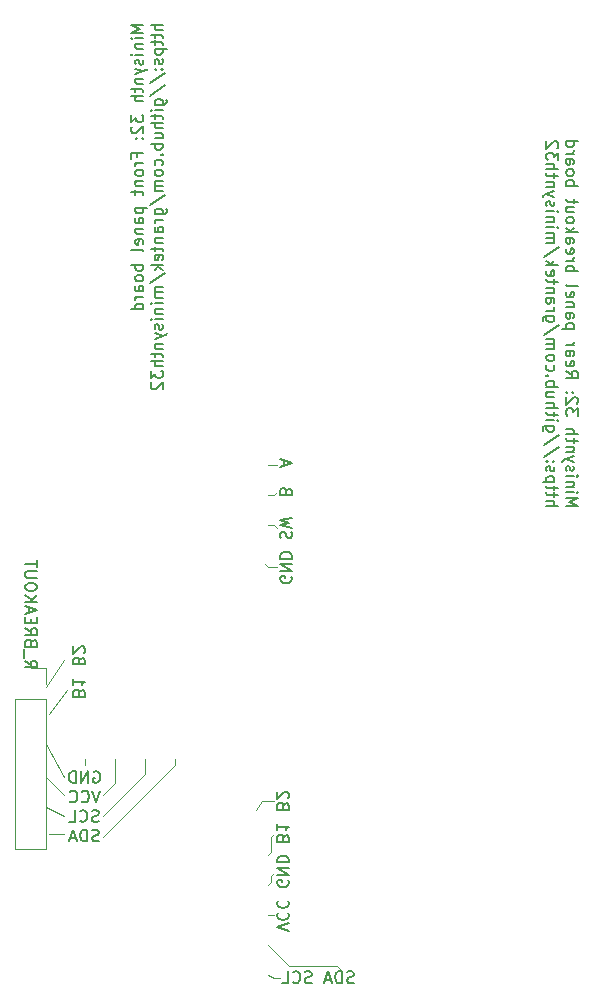
<source format=gbo>
%TF.GenerationSoftware,KiCad,Pcbnew,5.99.0+really5.1.9+dfsg1-1*%
%TF.CreationDate,2021-05-08T23:27:45+10:00*%
%TF.ProjectId,minisynth32,6d696e69-7379-46e7-9468-33322e6b6963,1.0*%
%TF.SameCoordinates,Original*%
%TF.FileFunction,Legend,Bot*%
%TF.FilePolarity,Positive*%
%FSLAX46Y46*%
G04 Gerber Fmt 4.6, Leading zero omitted, Abs format (unit mm)*
G04 Created by KiCad (PCBNEW 5.99.0+really5.1.9+dfsg1-1) date 2021-05-08 23:27:45*
%MOMM*%
%LPD*%
G01*
G04 APERTURE LIST*
%ADD10C,0.150000*%
%ADD11C,0.120000*%
G04 APERTURE END LIST*
D10*
X158614619Y-99486404D02*
X159614619Y-99486404D01*
X158900333Y-99153071D01*
X159614619Y-98819738D01*
X158614619Y-98819738D01*
X158614619Y-98343547D02*
X159281285Y-98343547D01*
X159614619Y-98343547D02*
X159567000Y-98391166D01*
X159519380Y-98343547D01*
X159567000Y-98295928D01*
X159614619Y-98343547D01*
X159519380Y-98343547D01*
X159281285Y-97867357D02*
X158614619Y-97867357D01*
X159186047Y-97867357D02*
X159233666Y-97819738D01*
X159281285Y-97724500D01*
X159281285Y-97581642D01*
X159233666Y-97486404D01*
X159138428Y-97438785D01*
X158614619Y-97438785D01*
X158614619Y-96962595D02*
X159281285Y-96962595D01*
X159614619Y-96962595D02*
X159567000Y-97010214D01*
X159519380Y-96962595D01*
X159567000Y-96914976D01*
X159614619Y-96962595D01*
X159519380Y-96962595D01*
X158662238Y-96534023D02*
X158614619Y-96438785D01*
X158614619Y-96248309D01*
X158662238Y-96153071D01*
X158757476Y-96105452D01*
X158805095Y-96105452D01*
X158900333Y-96153071D01*
X158947952Y-96248309D01*
X158947952Y-96391166D01*
X158995571Y-96486404D01*
X159090809Y-96534023D01*
X159138428Y-96534023D01*
X159233666Y-96486404D01*
X159281285Y-96391166D01*
X159281285Y-96248309D01*
X159233666Y-96153071D01*
X159281285Y-95772119D02*
X158614619Y-95534023D01*
X159281285Y-95295928D02*
X158614619Y-95534023D01*
X158376523Y-95629261D01*
X158328904Y-95676880D01*
X158281285Y-95772119D01*
X159281285Y-94914976D02*
X158614619Y-94914976D01*
X159186047Y-94914976D02*
X159233666Y-94867357D01*
X159281285Y-94772119D01*
X159281285Y-94629261D01*
X159233666Y-94534023D01*
X159138428Y-94486404D01*
X158614619Y-94486404D01*
X159281285Y-94153071D02*
X159281285Y-93772119D01*
X159614619Y-94010214D02*
X158757476Y-94010214D01*
X158662238Y-93962595D01*
X158614619Y-93867357D01*
X158614619Y-93772119D01*
X158614619Y-93438785D02*
X159614619Y-93438785D01*
X158614619Y-93010214D02*
X159138428Y-93010214D01*
X159233666Y-93057833D01*
X159281285Y-93153071D01*
X159281285Y-93295928D01*
X159233666Y-93391166D01*
X159186047Y-93438785D01*
X159614619Y-91867357D02*
X159614619Y-91248309D01*
X159233666Y-91581642D01*
X159233666Y-91438785D01*
X159186047Y-91343547D01*
X159138428Y-91295928D01*
X159043190Y-91248309D01*
X158805095Y-91248309D01*
X158709857Y-91295928D01*
X158662238Y-91343547D01*
X158614619Y-91438785D01*
X158614619Y-91724500D01*
X158662238Y-91819738D01*
X158709857Y-91867357D01*
X159519380Y-90867357D02*
X159567000Y-90819738D01*
X159614619Y-90724500D01*
X159614619Y-90486404D01*
X159567000Y-90391166D01*
X159519380Y-90343547D01*
X159424142Y-90295928D01*
X159328904Y-90295928D01*
X159186047Y-90343547D01*
X158614619Y-90914976D01*
X158614619Y-90295928D01*
X158709857Y-89867357D02*
X158662238Y-89819738D01*
X158614619Y-89867357D01*
X158662238Y-89914976D01*
X158709857Y-89867357D01*
X158614619Y-89867357D01*
X159233666Y-89867357D02*
X159186047Y-89819738D01*
X159138428Y-89867357D01*
X159186047Y-89914976D01*
X159233666Y-89867357D01*
X159138428Y-89867357D01*
X158614619Y-88057833D02*
X159090809Y-88391166D01*
X158614619Y-88629261D02*
X159614619Y-88629261D01*
X159614619Y-88248309D01*
X159567000Y-88153071D01*
X159519380Y-88105452D01*
X159424142Y-88057833D01*
X159281285Y-88057833D01*
X159186047Y-88105452D01*
X159138428Y-88153071D01*
X159090809Y-88248309D01*
X159090809Y-88629261D01*
X158662238Y-87248309D02*
X158614619Y-87343547D01*
X158614619Y-87534023D01*
X158662238Y-87629261D01*
X158757476Y-87676880D01*
X159138428Y-87676880D01*
X159233666Y-87629261D01*
X159281285Y-87534023D01*
X159281285Y-87343547D01*
X159233666Y-87248309D01*
X159138428Y-87200690D01*
X159043190Y-87200690D01*
X158947952Y-87676880D01*
X158614619Y-86343547D02*
X159138428Y-86343547D01*
X159233666Y-86391166D01*
X159281285Y-86486404D01*
X159281285Y-86676880D01*
X159233666Y-86772119D01*
X158662238Y-86343547D02*
X158614619Y-86438785D01*
X158614619Y-86676880D01*
X158662238Y-86772119D01*
X158757476Y-86819738D01*
X158852714Y-86819738D01*
X158947952Y-86772119D01*
X158995571Y-86676880D01*
X158995571Y-86438785D01*
X159043190Y-86343547D01*
X158614619Y-85867357D02*
X159281285Y-85867357D01*
X159090809Y-85867357D02*
X159186047Y-85819738D01*
X159233666Y-85772119D01*
X159281285Y-85676880D01*
X159281285Y-85581642D01*
X159281285Y-84486404D02*
X158281285Y-84486404D01*
X159233666Y-84486404D02*
X159281285Y-84391166D01*
X159281285Y-84200690D01*
X159233666Y-84105452D01*
X159186047Y-84057833D01*
X159090809Y-84010214D01*
X158805095Y-84010214D01*
X158709857Y-84057833D01*
X158662238Y-84105452D01*
X158614619Y-84200690D01*
X158614619Y-84391166D01*
X158662238Y-84486404D01*
X158614619Y-83153071D02*
X159138428Y-83153071D01*
X159233666Y-83200690D01*
X159281285Y-83295928D01*
X159281285Y-83486404D01*
X159233666Y-83581642D01*
X158662238Y-83153071D02*
X158614619Y-83248309D01*
X158614619Y-83486404D01*
X158662238Y-83581642D01*
X158757476Y-83629261D01*
X158852714Y-83629261D01*
X158947952Y-83581642D01*
X158995571Y-83486404D01*
X158995571Y-83248309D01*
X159043190Y-83153071D01*
X159281285Y-82676880D02*
X158614619Y-82676880D01*
X159186047Y-82676880D02*
X159233666Y-82629261D01*
X159281285Y-82534023D01*
X159281285Y-82391166D01*
X159233666Y-82295928D01*
X159138428Y-82248309D01*
X158614619Y-82248309D01*
X158662238Y-81391166D02*
X158614619Y-81486404D01*
X158614619Y-81676880D01*
X158662238Y-81772119D01*
X158757476Y-81819738D01*
X159138428Y-81819738D01*
X159233666Y-81772119D01*
X159281285Y-81676880D01*
X159281285Y-81486404D01*
X159233666Y-81391166D01*
X159138428Y-81343547D01*
X159043190Y-81343547D01*
X158947952Y-81819738D01*
X158614619Y-80772119D02*
X158662238Y-80867357D01*
X158757476Y-80914976D01*
X159614619Y-80914976D01*
X158614619Y-79629261D02*
X159614619Y-79629261D01*
X159233666Y-79629261D02*
X159281285Y-79534023D01*
X159281285Y-79343547D01*
X159233666Y-79248309D01*
X159186047Y-79200690D01*
X159090809Y-79153071D01*
X158805095Y-79153071D01*
X158709857Y-79200690D01*
X158662238Y-79248309D01*
X158614619Y-79343547D01*
X158614619Y-79534023D01*
X158662238Y-79629261D01*
X158614619Y-78724500D02*
X159281285Y-78724500D01*
X159090809Y-78724500D02*
X159186047Y-78676880D01*
X159233666Y-78629261D01*
X159281285Y-78534023D01*
X159281285Y-78438785D01*
X158662238Y-77724500D02*
X158614619Y-77819738D01*
X158614619Y-78010214D01*
X158662238Y-78105452D01*
X158757476Y-78153071D01*
X159138428Y-78153071D01*
X159233666Y-78105452D01*
X159281285Y-78010214D01*
X159281285Y-77819738D01*
X159233666Y-77724500D01*
X159138428Y-77676880D01*
X159043190Y-77676880D01*
X158947952Y-78153071D01*
X158614619Y-76819738D02*
X159138428Y-76819738D01*
X159233666Y-76867357D01*
X159281285Y-76962595D01*
X159281285Y-77153071D01*
X159233666Y-77248309D01*
X158662238Y-76819738D02*
X158614619Y-76914976D01*
X158614619Y-77153071D01*
X158662238Y-77248309D01*
X158757476Y-77295928D01*
X158852714Y-77295928D01*
X158947952Y-77248309D01*
X158995571Y-77153071D01*
X158995571Y-76914976D01*
X159043190Y-76819738D01*
X158614619Y-76343547D02*
X159614619Y-76343547D01*
X158995571Y-76248309D02*
X158614619Y-75962595D01*
X159281285Y-75962595D02*
X158900333Y-76343547D01*
X158614619Y-75391166D02*
X158662238Y-75486404D01*
X158709857Y-75534023D01*
X158805095Y-75581642D01*
X159090809Y-75581642D01*
X159186047Y-75534023D01*
X159233666Y-75486404D01*
X159281285Y-75391166D01*
X159281285Y-75248309D01*
X159233666Y-75153071D01*
X159186047Y-75105452D01*
X159090809Y-75057833D01*
X158805095Y-75057833D01*
X158709857Y-75105452D01*
X158662238Y-75153071D01*
X158614619Y-75248309D01*
X158614619Y-75391166D01*
X159281285Y-74200690D02*
X158614619Y-74200690D01*
X159281285Y-74629261D02*
X158757476Y-74629261D01*
X158662238Y-74581642D01*
X158614619Y-74486404D01*
X158614619Y-74343547D01*
X158662238Y-74248309D01*
X158709857Y-74200690D01*
X159281285Y-73867357D02*
X159281285Y-73486404D01*
X159614619Y-73724500D02*
X158757476Y-73724500D01*
X158662238Y-73676880D01*
X158614619Y-73581642D01*
X158614619Y-73486404D01*
X158614619Y-72391166D02*
X159614619Y-72391166D01*
X159233666Y-72391166D02*
X159281285Y-72295928D01*
X159281285Y-72105452D01*
X159233666Y-72010214D01*
X159186047Y-71962595D01*
X159090809Y-71914976D01*
X158805095Y-71914976D01*
X158709857Y-71962595D01*
X158662238Y-72010214D01*
X158614619Y-72105452D01*
X158614619Y-72295928D01*
X158662238Y-72391166D01*
X158614619Y-71343547D02*
X158662238Y-71438785D01*
X158709857Y-71486404D01*
X158805095Y-71534023D01*
X159090809Y-71534023D01*
X159186047Y-71486404D01*
X159233666Y-71438785D01*
X159281285Y-71343547D01*
X159281285Y-71200690D01*
X159233666Y-71105452D01*
X159186047Y-71057833D01*
X159090809Y-71010214D01*
X158805095Y-71010214D01*
X158709857Y-71057833D01*
X158662238Y-71105452D01*
X158614619Y-71200690D01*
X158614619Y-71343547D01*
X158614619Y-70153071D02*
X159138428Y-70153071D01*
X159233666Y-70200690D01*
X159281285Y-70295928D01*
X159281285Y-70486404D01*
X159233666Y-70581642D01*
X158662238Y-70153071D02*
X158614619Y-70248309D01*
X158614619Y-70486404D01*
X158662238Y-70581642D01*
X158757476Y-70629261D01*
X158852714Y-70629261D01*
X158947952Y-70581642D01*
X158995571Y-70486404D01*
X158995571Y-70248309D01*
X159043190Y-70153071D01*
X158614619Y-69676880D02*
X159281285Y-69676880D01*
X159090809Y-69676880D02*
X159186047Y-69629261D01*
X159233666Y-69581642D01*
X159281285Y-69486404D01*
X159281285Y-69391166D01*
X158614619Y-68629261D02*
X159614619Y-68629261D01*
X158662238Y-68629261D02*
X158614619Y-68724500D01*
X158614619Y-68914976D01*
X158662238Y-69010214D01*
X158709857Y-69057833D01*
X158805095Y-69105452D01*
X159090809Y-69105452D01*
X159186047Y-69057833D01*
X159233666Y-69010214D01*
X159281285Y-68914976D01*
X159281285Y-68724500D01*
X159233666Y-68629261D01*
X156964619Y-99486404D02*
X157964619Y-99486404D01*
X156964619Y-99057833D02*
X157488428Y-99057833D01*
X157583666Y-99105452D01*
X157631285Y-99200690D01*
X157631285Y-99343547D01*
X157583666Y-99438785D01*
X157536047Y-99486404D01*
X157631285Y-98724500D02*
X157631285Y-98343547D01*
X157964619Y-98581642D02*
X157107476Y-98581642D01*
X157012238Y-98534023D01*
X156964619Y-98438785D01*
X156964619Y-98343547D01*
X157631285Y-98153071D02*
X157631285Y-97772119D01*
X157964619Y-98010214D02*
X157107476Y-98010214D01*
X157012238Y-97962595D01*
X156964619Y-97867357D01*
X156964619Y-97772119D01*
X157631285Y-97438785D02*
X156631285Y-97438785D01*
X157583666Y-97438785D02*
X157631285Y-97343547D01*
X157631285Y-97153071D01*
X157583666Y-97057833D01*
X157536047Y-97010214D01*
X157440809Y-96962595D01*
X157155095Y-96962595D01*
X157059857Y-97010214D01*
X157012238Y-97057833D01*
X156964619Y-97153071D01*
X156964619Y-97343547D01*
X157012238Y-97438785D01*
X157012238Y-96581642D02*
X156964619Y-96486404D01*
X156964619Y-96295928D01*
X157012238Y-96200690D01*
X157107476Y-96153071D01*
X157155095Y-96153071D01*
X157250333Y-96200690D01*
X157297952Y-96295928D01*
X157297952Y-96438785D01*
X157345571Y-96534023D01*
X157440809Y-96581642D01*
X157488428Y-96581642D01*
X157583666Y-96534023D01*
X157631285Y-96438785D01*
X157631285Y-96295928D01*
X157583666Y-96200690D01*
X157059857Y-95724500D02*
X157012238Y-95676880D01*
X156964619Y-95724500D01*
X157012238Y-95772119D01*
X157059857Y-95724500D01*
X156964619Y-95724500D01*
X157583666Y-95724500D02*
X157536047Y-95676880D01*
X157488428Y-95724500D01*
X157536047Y-95772119D01*
X157583666Y-95724500D01*
X157488428Y-95724500D01*
X158012238Y-94534023D02*
X156726523Y-95391166D01*
X158012238Y-93486404D02*
X156726523Y-94343547D01*
X157631285Y-92724500D02*
X156821761Y-92724500D01*
X156726523Y-92772119D01*
X156678904Y-92819738D01*
X156631285Y-92914976D01*
X156631285Y-93057833D01*
X156678904Y-93153071D01*
X157012238Y-92724500D02*
X156964619Y-92819738D01*
X156964619Y-93010214D01*
X157012238Y-93105452D01*
X157059857Y-93153071D01*
X157155095Y-93200690D01*
X157440809Y-93200690D01*
X157536047Y-93153071D01*
X157583666Y-93105452D01*
X157631285Y-93010214D01*
X157631285Y-92819738D01*
X157583666Y-92724500D01*
X156964619Y-92248309D02*
X157631285Y-92248309D01*
X157964619Y-92248309D02*
X157917000Y-92295928D01*
X157869380Y-92248309D01*
X157917000Y-92200690D01*
X157964619Y-92248309D01*
X157869380Y-92248309D01*
X157631285Y-91914976D02*
X157631285Y-91534023D01*
X157964619Y-91772119D02*
X157107476Y-91772119D01*
X157012238Y-91724500D01*
X156964619Y-91629261D01*
X156964619Y-91534023D01*
X156964619Y-91200690D02*
X157964619Y-91200690D01*
X156964619Y-90772119D02*
X157488428Y-90772119D01*
X157583666Y-90819738D01*
X157631285Y-90914976D01*
X157631285Y-91057833D01*
X157583666Y-91153071D01*
X157536047Y-91200690D01*
X157631285Y-89867357D02*
X156964619Y-89867357D01*
X157631285Y-90295928D02*
X157107476Y-90295928D01*
X157012238Y-90248309D01*
X156964619Y-90153071D01*
X156964619Y-90010214D01*
X157012238Y-89914976D01*
X157059857Y-89867357D01*
X156964619Y-89391166D02*
X157964619Y-89391166D01*
X157583666Y-89391166D02*
X157631285Y-89295928D01*
X157631285Y-89105452D01*
X157583666Y-89010214D01*
X157536047Y-88962595D01*
X157440809Y-88914976D01*
X157155095Y-88914976D01*
X157059857Y-88962595D01*
X157012238Y-89010214D01*
X156964619Y-89105452D01*
X156964619Y-89295928D01*
X157012238Y-89391166D01*
X157059857Y-88486404D02*
X157012238Y-88438785D01*
X156964619Y-88486404D01*
X157012238Y-88534023D01*
X157059857Y-88486404D01*
X156964619Y-88486404D01*
X157012238Y-87581642D02*
X156964619Y-87676880D01*
X156964619Y-87867357D01*
X157012238Y-87962595D01*
X157059857Y-88010214D01*
X157155095Y-88057833D01*
X157440809Y-88057833D01*
X157536047Y-88010214D01*
X157583666Y-87962595D01*
X157631285Y-87867357D01*
X157631285Y-87676880D01*
X157583666Y-87581642D01*
X156964619Y-87010214D02*
X157012238Y-87105452D01*
X157059857Y-87153071D01*
X157155095Y-87200690D01*
X157440809Y-87200690D01*
X157536047Y-87153071D01*
X157583666Y-87105452D01*
X157631285Y-87010214D01*
X157631285Y-86867357D01*
X157583666Y-86772119D01*
X157536047Y-86724500D01*
X157440809Y-86676880D01*
X157155095Y-86676880D01*
X157059857Y-86724500D01*
X157012238Y-86772119D01*
X156964619Y-86867357D01*
X156964619Y-87010214D01*
X156964619Y-86248309D02*
X157631285Y-86248309D01*
X157536047Y-86248309D02*
X157583666Y-86200690D01*
X157631285Y-86105452D01*
X157631285Y-85962595D01*
X157583666Y-85867357D01*
X157488428Y-85819738D01*
X156964619Y-85819738D01*
X157488428Y-85819738D02*
X157583666Y-85772119D01*
X157631285Y-85676880D01*
X157631285Y-85534023D01*
X157583666Y-85438785D01*
X157488428Y-85391166D01*
X156964619Y-85391166D01*
X158012238Y-84200690D02*
X156726523Y-85057833D01*
X157631285Y-83438785D02*
X156821761Y-83438785D01*
X156726523Y-83486404D01*
X156678904Y-83534023D01*
X156631285Y-83629261D01*
X156631285Y-83772119D01*
X156678904Y-83867357D01*
X157012238Y-83438785D02*
X156964619Y-83534023D01*
X156964619Y-83724500D01*
X157012238Y-83819738D01*
X157059857Y-83867357D01*
X157155095Y-83914976D01*
X157440809Y-83914976D01*
X157536047Y-83867357D01*
X157583666Y-83819738D01*
X157631285Y-83724500D01*
X157631285Y-83534023D01*
X157583666Y-83438785D01*
X156964619Y-82962595D02*
X157631285Y-82962595D01*
X157440809Y-82962595D02*
X157536047Y-82914976D01*
X157583666Y-82867357D01*
X157631285Y-82772119D01*
X157631285Y-82676880D01*
X156964619Y-81914976D02*
X157488428Y-81914976D01*
X157583666Y-81962595D01*
X157631285Y-82057833D01*
X157631285Y-82248309D01*
X157583666Y-82343547D01*
X157012238Y-81914976D02*
X156964619Y-82010214D01*
X156964619Y-82248309D01*
X157012238Y-82343547D01*
X157107476Y-82391166D01*
X157202714Y-82391166D01*
X157297952Y-82343547D01*
X157345571Y-82248309D01*
X157345571Y-82010214D01*
X157393190Y-81914976D01*
X157631285Y-81438785D02*
X156964619Y-81438785D01*
X157536047Y-81438785D02*
X157583666Y-81391166D01*
X157631285Y-81295928D01*
X157631285Y-81153071D01*
X157583666Y-81057833D01*
X157488428Y-81010214D01*
X156964619Y-81010214D01*
X157631285Y-80676880D02*
X157631285Y-80295928D01*
X157964619Y-80534023D02*
X157107476Y-80534023D01*
X157012238Y-80486404D01*
X156964619Y-80391166D01*
X156964619Y-80295928D01*
X157012238Y-79581642D02*
X156964619Y-79676880D01*
X156964619Y-79867357D01*
X157012238Y-79962595D01*
X157107476Y-80010214D01*
X157488428Y-80010214D01*
X157583666Y-79962595D01*
X157631285Y-79867357D01*
X157631285Y-79676880D01*
X157583666Y-79581642D01*
X157488428Y-79534023D01*
X157393190Y-79534023D01*
X157297952Y-80010214D01*
X156964619Y-79105452D02*
X157964619Y-79105452D01*
X157345571Y-79010214D02*
X156964619Y-78724500D01*
X157631285Y-78724500D02*
X157250333Y-79105452D01*
X158012238Y-77581642D02*
X156726523Y-78438785D01*
X156964619Y-77248309D02*
X157631285Y-77248309D01*
X157536047Y-77248309D02*
X157583666Y-77200690D01*
X157631285Y-77105452D01*
X157631285Y-76962595D01*
X157583666Y-76867357D01*
X157488428Y-76819738D01*
X156964619Y-76819738D01*
X157488428Y-76819738D02*
X157583666Y-76772119D01*
X157631285Y-76676880D01*
X157631285Y-76534023D01*
X157583666Y-76438785D01*
X157488428Y-76391166D01*
X156964619Y-76391166D01*
X156964619Y-75914976D02*
X157631285Y-75914976D01*
X157964619Y-75914976D02*
X157917000Y-75962595D01*
X157869380Y-75914976D01*
X157917000Y-75867357D01*
X157964619Y-75914976D01*
X157869380Y-75914976D01*
X157631285Y-75438785D02*
X156964619Y-75438785D01*
X157536047Y-75438785D02*
X157583666Y-75391166D01*
X157631285Y-75295928D01*
X157631285Y-75153071D01*
X157583666Y-75057833D01*
X157488428Y-75010214D01*
X156964619Y-75010214D01*
X156964619Y-74534023D02*
X157631285Y-74534023D01*
X157964619Y-74534023D02*
X157917000Y-74581642D01*
X157869380Y-74534023D01*
X157917000Y-74486404D01*
X157964619Y-74534023D01*
X157869380Y-74534023D01*
X157012238Y-74105452D02*
X156964619Y-74010214D01*
X156964619Y-73819738D01*
X157012238Y-73724500D01*
X157107476Y-73676880D01*
X157155095Y-73676880D01*
X157250333Y-73724500D01*
X157297952Y-73819738D01*
X157297952Y-73962595D01*
X157345571Y-74057833D01*
X157440809Y-74105452D01*
X157488428Y-74105452D01*
X157583666Y-74057833D01*
X157631285Y-73962595D01*
X157631285Y-73819738D01*
X157583666Y-73724500D01*
X157631285Y-73343547D02*
X156964619Y-73105452D01*
X157631285Y-72867357D02*
X156964619Y-73105452D01*
X156726523Y-73200690D01*
X156678904Y-73248309D01*
X156631285Y-73343547D01*
X157631285Y-72486404D02*
X156964619Y-72486404D01*
X157536047Y-72486404D02*
X157583666Y-72438785D01*
X157631285Y-72343547D01*
X157631285Y-72200690D01*
X157583666Y-72105452D01*
X157488428Y-72057833D01*
X156964619Y-72057833D01*
X157631285Y-71724500D02*
X157631285Y-71343547D01*
X157964619Y-71581642D02*
X157107476Y-71581642D01*
X157012238Y-71534023D01*
X156964619Y-71438785D01*
X156964619Y-71343547D01*
X156964619Y-71010214D02*
X157964619Y-71010214D01*
X156964619Y-70581642D02*
X157488428Y-70581642D01*
X157583666Y-70629261D01*
X157631285Y-70724500D01*
X157631285Y-70867357D01*
X157583666Y-70962595D01*
X157536047Y-71010214D01*
X157964619Y-70200690D02*
X157964619Y-69581642D01*
X157583666Y-69914976D01*
X157583666Y-69772119D01*
X157536047Y-69676880D01*
X157488428Y-69629261D01*
X157393190Y-69581642D01*
X157155095Y-69581642D01*
X157059857Y-69629261D01*
X157012238Y-69676880D01*
X156964619Y-69772119D01*
X156964619Y-70057833D01*
X157012238Y-70153071D01*
X157059857Y-70200690D01*
X157869380Y-69200690D02*
X157917000Y-69153071D01*
X157964619Y-69057833D01*
X157964619Y-68819738D01*
X157917000Y-68724500D01*
X157869380Y-68676880D01*
X157774142Y-68629261D01*
X157678904Y-68629261D01*
X157536047Y-68676880D01*
X156964619Y-69248309D01*
X156964619Y-68629261D01*
X122817380Y-58755595D02*
X121817380Y-58755595D01*
X122531666Y-59088928D01*
X121817380Y-59422261D01*
X122817380Y-59422261D01*
X122817380Y-59898452D02*
X122150714Y-59898452D01*
X121817380Y-59898452D02*
X121865000Y-59850833D01*
X121912619Y-59898452D01*
X121865000Y-59946071D01*
X121817380Y-59898452D01*
X121912619Y-59898452D01*
X122150714Y-60374642D02*
X122817380Y-60374642D01*
X122245952Y-60374642D02*
X122198333Y-60422261D01*
X122150714Y-60517500D01*
X122150714Y-60660357D01*
X122198333Y-60755595D01*
X122293571Y-60803214D01*
X122817380Y-60803214D01*
X122817380Y-61279404D02*
X122150714Y-61279404D01*
X121817380Y-61279404D02*
X121865000Y-61231785D01*
X121912619Y-61279404D01*
X121865000Y-61327023D01*
X121817380Y-61279404D01*
X121912619Y-61279404D01*
X122769761Y-61707976D02*
X122817380Y-61803214D01*
X122817380Y-61993690D01*
X122769761Y-62088928D01*
X122674523Y-62136547D01*
X122626904Y-62136547D01*
X122531666Y-62088928D01*
X122484047Y-61993690D01*
X122484047Y-61850833D01*
X122436428Y-61755595D01*
X122341190Y-61707976D01*
X122293571Y-61707976D01*
X122198333Y-61755595D01*
X122150714Y-61850833D01*
X122150714Y-61993690D01*
X122198333Y-62088928D01*
X122150714Y-62469880D02*
X122817380Y-62707976D01*
X122150714Y-62946071D02*
X122817380Y-62707976D01*
X123055476Y-62612738D01*
X123103095Y-62565119D01*
X123150714Y-62469880D01*
X122150714Y-63327023D02*
X122817380Y-63327023D01*
X122245952Y-63327023D02*
X122198333Y-63374642D01*
X122150714Y-63469880D01*
X122150714Y-63612738D01*
X122198333Y-63707976D01*
X122293571Y-63755595D01*
X122817380Y-63755595D01*
X122150714Y-64088928D02*
X122150714Y-64469880D01*
X121817380Y-64231785D02*
X122674523Y-64231785D01*
X122769761Y-64279404D01*
X122817380Y-64374642D01*
X122817380Y-64469880D01*
X122817380Y-64803214D02*
X121817380Y-64803214D01*
X122817380Y-65231785D02*
X122293571Y-65231785D01*
X122198333Y-65184166D01*
X122150714Y-65088928D01*
X122150714Y-64946071D01*
X122198333Y-64850833D01*
X122245952Y-64803214D01*
X121817380Y-66374642D02*
X121817380Y-66993690D01*
X122198333Y-66660357D01*
X122198333Y-66803214D01*
X122245952Y-66898452D01*
X122293571Y-66946071D01*
X122388809Y-66993690D01*
X122626904Y-66993690D01*
X122722142Y-66946071D01*
X122769761Y-66898452D01*
X122817380Y-66803214D01*
X122817380Y-66517500D01*
X122769761Y-66422261D01*
X122722142Y-66374642D01*
X121912619Y-67374642D02*
X121865000Y-67422261D01*
X121817380Y-67517500D01*
X121817380Y-67755595D01*
X121865000Y-67850833D01*
X121912619Y-67898452D01*
X122007857Y-67946071D01*
X122103095Y-67946071D01*
X122245952Y-67898452D01*
X122817380Y-67327023D01*
X122817380Y-67946071D01*
X122722142Y-68374642D02*
X122769761Y-68422261D01*
X122817380Y-68374642D01*
X122769761Y-68327023D01*
X122722142Y-68374642D01*
X122817380Y-68374642D01*
X122198333Y-68374642D02*
X122245952Y-68422261D01*
X122293571Y-68374642D01*
X122245952Y-68327023D01*
X122198333Y-68374642D01*
X122293571Y-68374642D01*
X122293571Y-69946071D02*
X122293571Y-69612738D01*
X122817380Y-69612738D02*
X121817380Y-69612738D01*
X121817380Y-70088928D01*
X122817380Y-70469880D02*
X122150714Y-70469880D01*
X122341190Y-70469880D02*
X122245952Y-70517500D01*
X122198333Y-70565119D01*
X122150714Y-70660357D01*
X122150714Y-70755595D01*
X122817380Y-71231785D02*
X122769761Y-71136547D01*
X122722142Y-71088928D01*
X122626904Y-71041309D01*
X122341190Y-71041309D01*
X122245952Y-71088928D01*
X122198333Y-71136547D01*
X122150714Y-71231785D01*
X122150714Y-71374642D01*
X122198333Y-71469880D01*
X122245952Y-71517500D01*
X122341190Y-71565119D01*
X122626904Y-71565119D01*
X122722142Y-71517500D01*
X122769761Y-71469880D01*
X122817380Y-71374642D01*
X122817380Y-71231785D01*
X122150714Y-71993690D02*
X122817380Y-71993690D01*
X122245952Y-71993690D02*
X122198333Y-72041309D01*
X122150714Y-72136547D01*
X122150714Y-72279404D01*
X122198333Y-72374642D01*
X122293571Y-72422261D01*
X122817380Y-72422261D01*
X122150714Y-72755595D02*
X122150714Y-73136547D01*
X121817380Y-72898452D02*
X122674523Y-72898452D01*
X122769761Y-72946071D01*
X122817380Y-73041309D01*
X122817380Y-73136547D01*
X122150714Y-74231785D02*
X123150714Y-74231785D01*
X122198333Y-74231785D02*
X122150714Y-74327023D01*
X122150714Y-74517500D01*
X122198333Y-74612738D01*
X122245952Y-74660357D01*
X122341190Y-74707976D01*
X122626904Y-74707976D01*
X122722142Y-74660357D01*
X122769761Y-74612738D01*
X122817380Y-74517500D01*
X122817380Y-74327023D01*
X122769761Y-74231785D01*
X122817380Y-75565119D02*
X122293571Y-75565119D01*
X122198333Y-75517500D01*
X122150714Y-75422261D01*
X122150714Y-75231785D01*
X122198333Y-75136547D01*
X122769761Y-75565119D02*
X122817380Y-75469880D01*
X122817380Y-75231785D01*
X122769761Y-75136547D01*
X122674523Y-75088928D01*
X122579285Y-75088928D01*
X122484047Y-75136547D01*
X122436428Y-75231785D01*
X122436428Y-75469880D01*
X122388809Y-75565119D01*
X122150714Y-76041309D02*
X122817380Y-76041309D01*
X122245952Y-76041309D02*
X122198333Y-76088928D01*
X122150714Y-76184166D01*
X122150714Y-76327023D01*
X122198333Y-76422261D01*
X122293571Y-76469880D01*
X122817380Y-76469880D01*
X122769761Y-77327023D02*
X122817380Y-77231785D01*
X122817380Y-77041309D01*
X122769761Y-76946071D01*
X122674523Y-76898452D01*
X122293571Y-76898452D01*
X122198333Y-76946071D01*
X122150714Y-77041309D01*
X122150714Y-77231785D01*
X122198333Y-77327023D01*
X122293571Y-77374642D01*
X122388809Y-77374642D01*
X122484047Y-76898452D01*
X122817380Y-77946071D02*
X122769761Y-77850833D01*
X122674523Y-77803214D01*
X121817380Y-77803214D01*
X122817380Y-79088928D02*
X121817380Y-79088928D01*
X122198333Y-79088928D02*
X122150714Y-79184166D01*
X122150714Y-79374642D01*
X122198333Y-79469880D01*
X122245952Y-79517500D01*
X122341190Y-79565119D01*
X122626904Y-79565119D01*
X122722142Y-79517500D01*
X122769761Y-79469880D01*
X122817380Y-79374642D01*
X122817380Y-79184166D01*
X122769761Y-79088928D01*
X122817380Y-80136547D02*
X122769761Y-80041309D01*
X122722142Y-79993690D01*
X122626904Y-79946071D01*
X122341190Y-79946071D01*
X122245952Y-79993690D01*
X122198333Y-80041309D01*
X122150714Y-80136547D01*
X122150714Y-80279404D01*
X122198333Y-80374642D01*
X122245952Y-80422261D01*
X122341190Y-80469880D01*
X122626904Y-80469880D01*
X122722142Y-80422261D01*
X122769761Y-80374642D01*
X122817380Y-80279404D01*
X122817380Y-80136547D01*
X122817380Y-81327023D02*
X122293571Y-81327023D01*
X122198333Y-81279404D01*
X122150714Y-81184166D01*
X122150714Y-80993690D01*
X122198333Y-80898452D01*
X122769761Y-81327023D02*
X122817380Y-81231785D01*
X122817380Y-80993690D01*
X122769761Y-80898452D01*
X122674523Y-80850833D01*
X122579285Y-80850833D01*
X122484047Y-80898452D01*
X122436428Y-80993690D01*
X122436428Y-81231785D01*
X122388809Y-81327023D01*
X122817380Y-81803214D02*
X122150714Y-81803214D01*
X122341190Y-81803214D02*
X122245952Y-81850833D01*
X122198333Y-81898452D01*
X122150714Y-81993690D01*
X122150714Y-82088928D01*
X122817380Y-82850833D02*
X121817380Y-82850833D01*
X122769761Y-82850833D02*
X122817380Y-82755595D01*
X122817380Y-82565119D01*
X122769761Y-82469880D01*
X122722142Y-82422261D01*
X122626904Y-82374642D01*
X122341190Y-82374642D01*
X122245952Y-82422261D01*
X122198333Y-82469880D01*
X122150714Y-82565119D01*
X122150714Y-82755595D01*
X122198333Y-82850833D01*
X124467380Y-58755595D02*
X123467380Y-58755595D01*
X124467380Y-59184166D02*
X123943571Y-59184166D01*
X123848333Y-59136547D01*
X123800714Y-59041309D01*
X123800714Y-58898452D01*
X123848333Y-58803214D01*
X123895952Y-58755595D01*
X123800714Y-59517500D02*
X123800714Y-59898452D01*
X123467380Y-59660357D02*
X124324523Y-59660357D01*
X124419761Y-59707976D01*
X124467380Y-59803214D01*
X124467380Y-59898452D01*
X123800714Y-60088928D02*
X123800714Y-60469880D01*
X123467380Y-60231785D02*
X124324523Y-60231785D01*
X124419761Y-60279404D01*
X124467380Y-60374642D01*
X124467380Y-60469880D01*
X123800714Y-60803214D02*
X124800714Y-60803214D01*
X123848333Y-60803214D02*
X123800714Y-60898452D01*
X123800714Y-61088928D01*
X123848333Y-61184166D01*
X123895952Y-61231785D01*
X123991190Y-61279404D01*
X124276904Y-61279404D01*
X124372142Y-61231785D01*
X124419761Y-61184166D01*
X124467380Y-61088928D01*
X124467380Y-60898452D01*
X124419761Y-60803214D01*
X124419761Y-61660357D02*
X124467380Y-61755595D01*
X124467380Y-61946071D01*
X124419761Y-62041309D01*
X124324523Y-62088928D01*
X124276904Y-62088928D01*
X124181666Y-62041309D01*
X124134047Y-61946071D01*
X124134047Y-61803214D01*
X124086428Y-61707976D01*
X123991190Y-61660357D01*
X123943571Y-61660357D01*
X123848333Y-61707976D01*
X123800714Y-61803214D01*
X123800714Y-61946071D01*
X123848333Y-62041309D01*
X124372142Y-62517500D02*
X124419761Y-62565119D01*
X124467380Y-62517500D01*
X124419761Y-62469880D01*
X124372142Y-62517500D01*
X124467380Y-62517500D01*
X123848333Y-62517500D02*
X123895952Y-62565119D01*
X123943571Y-62517500D01*
X123895952Y-62469880D01*
X123848333Y-62517500D01*
X123943571Y-62517500D01*
X123419761Y-63707976D02*
X124705476Y-62850833D01*
X123419761Y-64755595D02*
X124705476Y-63898452D01*
X123800714Y-65517500D02*
X124610238Y-65517500D01*
X124705476Y-65469880D01*
X124753095Y-65422261D01*
X124800714Y-65327023D01*
X124800714Y-65184166D01*
X124753095Y-65088928D01*
X124419761Y-65517500D02*
X124467380Y-65422261D01*
X124467380Y-65231785D01*
X124419761Y-65136547D01*
X124372142Y-65088928D01*
X124276904Y-65041309D01*
X123991190Y-65041309D01*
X123895952Y-65088928D01*
X123848333Y-65136547D01*
X123800714Y-65231785D01*
X123800714Y-65422261D01*
X123848333Y-65517500D01*
X124467380Y-65993690D02*
X123800714Y-65993690D01*
X123467380Y-65993690D02*
X123515000Y-65946071D01*
X123562619Y-65993690D01*
X123515000Y-66041309D01*
X123467380Y-65993690D01*
X123562619Y-65993690D01*
X123800714Y-66327023D02*
X123800714Y-66707976D01*
X123467380Y-66469880D02*
X124324523Y-66469880D01*
X124419761Y-66517500D01*
X124467380Y-66612738D01*
X124467380Y-66707976D01*
X124467380Y-67041309D02*
X123467380Y-67041309D01*
X124467380Y-67469880D02*
X123943571Y-67469880D01*
X123848333Y-67422261D01*
X123800714Y-67327023D01*
X123800714Y-67184166D01*
X123848333Y-67088928D01*
X123895952Y-67041309D01*
X123800714Y-68374642D02*
X124467380Y-68374642D01*
X123800714Y-67946071D02*
X124324523Y-67946071D01*
X124419761Y-67993690D01*
X124467380Y-68088928D01*
X124467380Y-68231785D01*
X124419761Y-68327023D01*
X124372142Y-68374642D01*
X124467380Y-68850833D02*
X123467380Y-68850833D01*
X123848333Y-68850833D02*
X123800714Y-68946071D01*
X123800714Y-69136547D01*
X123848333Y-69231785D01*
X123895952Y-69279404D01*
X123991190Y-69327023D01*
X124276904Y-69327023D01*
X124372142Y-69279404D01*
X124419761Y-69231785D01*
X124467380Y-69136547D01*
X124467380Y-68946071D01*
X124419761Y-68850833D01*
X124372142Y-69755595D02*
X124419761Y-69803214D01*
X124467380Y-69755595D01*
X124419761Y-69707976D01*
X124372142Y-69755595D01*
X124467380Y-69755595D01*
X124419761Y-70660357D02*
X124467380Y-70565119D01*
X124467380Y-70374642D01*
X124419761Y-70279404D01*
X124372142Y-70231785D01*
X124276904Y-70184166D01*
X123991190Y-70184166D01*
X123895952Y-70231785D01*
X123848333Y-70279404D01*
X123800714Y-70374642D01*
X123800714Y-70565119D01*
X123848333Y-70660357D01*
X124467380Y-71231785D02*
X124419761Y-71136547D01*
X124372142Y-71088928D01*
X124276904Y-71041309D01*
X123991190Y-71041309D01*
X123895952Y-71088928D01*
X123848333Y-71136547D01*
X123800714Y-71231785D01*
X123800714Y-71374642D01*
X123848333Y-71469880D01*
X123895952Y-71517500D01*
X123991190Y-71565119D01*
X124276904Y-71565119D01*
X124372142Y-71517500D01*
X124419761Y-71469880D01*
X124467380Y-71374642D01*
X124467380Y-71231785D01*
X124467380Y-71993690D02*
X123800714Y-71993690D01*
X123895952Y-71993690D02*
X123848333Y-72041309D01*
X123800714Y-72136547D01*
X123800714Y-72279404D01*
X123848333Y-72374642D01*
X123943571Y-72422261D01*
X124467380Y-72422261D01*
X123943571Y-72422261D02*
X123848333Y-72469880D01*
X123800714Y-72565119D01*
X123800714Y-72707976D01*
X123848333Y-72803214D01*
X123943571Y-72850833D01*
X124467380Y-72850833D01*
X123419761Y-74041309D02*
X124705476Y-73184166D01*
X123800714Y-74803214D02*
X124610238Y-74803214D01*
X124705476Y-74755595D01*
X124753095Y-74707976D01*
X124800714Y-74612738D01*
X124800714Y-74469880D01*
X124753095Y-74374642D01*
X124419761Y-74803214D02*
X124467380Y-74707976D01*
X124467380Y-74517500D01*
X124419761Y-74422261D01*
X124372142Y-74374642D01*
X124276904Y-74327023D01*
X123991190Y-74327023D01*
X123895952Y-74374642D01*
X123848333Y-74422261D01*
X123800714Y-74517500D01*
X123800714Y-74707976D01*
X123848333Y-74803214D01*
X124467380Y-75279404D02*
X123800714Y-75279404D01*
X123991190Y-75279404D02*
X123895952Y-75327023D01*
X123848333Y-75374642D01*
X123800714Y-75469880D01*
X123800714Y-75565119D01*
X124467380Y-76327023D02*
X123943571Y-76327023D01*
X123848333Y-76279404D01*
X123800714Y-76184166D01*
X123800714Y-75993690D01*
X123848333Y-75898452D01*
X124419761Y-76327023D02*
X124467380Y-76231785D01*
X124467380Y-75993690D01*
X124419761Y-75898452D01*
X124324523Y-75850833D01*
X124229285Y-75850833D01*
X124134047Y-75898452D01*
X124086428Y-75993690D01*
X124086428Y-76231785D01*
X124038809Y-76327023D01*
X123800714Y-76803214D02*
X124467380Y-76803214D01*
X123895952Y-76803214D02*
X123848333Y-76850833D01*
X123800714Y-76946071D01*
X123800714Y-77088928D01*
X123848333Y-77184166D01*
X123943571Y-77231785D01*
X124467380Y-77231785D01*
X123800714Y-77565119D02*
X123800714Y-77946071D01*
X123467380Y-77707976D02*
X124324523Y-77707976D01*
X124419761Y-77755595D01*
X124467380Y-77850833D01*
X124467380Y-77946071D01*
X124419761Y-78660357D02*
X124467380Y-78565119D01*
X124467380Y-78374642D01*
X124419761Y-78279404D01*
X124324523Y-78231785D01*
X123943571Y-78231785D01*
X123848333Y-78279404D01*
X123800714Y-78374642D01*
X123800714Y-78565119D01*
X123848333Y-78660357D01*
X123943571Y-78707976D01*
X124038809Y-78707976D01*
X124134047Y-78231785D01*
X124467380Y-79136547D02*
X123467380Y-79136547D01*
X124086428Y-79231785D02*
X124467380Y-79517500D01*
X123800714Y-79517500D02*
X124181666Y-79136547D01*
X123419761Y-80660357D02*
X124705476Y-79803214D01*
X124467380Y-80993690D02*
X123800714Y-80993690D01*
X123895952Y-80993690D02*
X123848333Y-81041309D01*
X123800714Y-81136547D01*
X123800714Y-81279404D01*
X123848333Y-81374642D01*
X123943571Y-81422261D01*
X124467380Y-81422261D01*
X123943571Y-81422261D02*
X123848333Y-81469880D01*
X123800714Y-81565119D01*
X123800714Y-81707976D01*
X123848333Y-81803214D01*
X123943571Y-81850833D01*
X124467380Y-81850833D01*
X124467380Y-82327023D02*
X123800714Y-82327023D01*
X123467380Y-82327023D02*
X123515000Y-82279404D01*
X123562619Y-82327023D01*
X123515000Y-82374642D01*
X123467380Y-82327023D01*
X123562619Y-82327023D01*
X123800714Y-82803214D02*
X124467380Y-82803214D01*
X123895952Y-82803214D02*
X123848333Y-82850833D01*
X123800714Y-82946071D01*
X123800714Y-83088928D01*
X123848333Y-83184166D01*
X123943571Y-83231785D01*
X124467380Y-83231785D01*
X124467380Y-83707976D02*
X123800714Y-83707976D01*
X123467380Y-83707976D02*
X123515000Y-83660357D01*
X123562619Y-83707976D01*
X123515000Y-83755595D01*
X123467380Y-83707976D01*
X123562619Y-83707976D01*
X124419761Y-84136547D02*
X124467380Y-84231785D01*
X124467380Y-84422261D01*
X124419761Y-84517500D01*
X124324523Y-84565119D01*
X124276904Y-84565119D01*
X124181666Y-84517500D01*
X124134047Y-84422261D01*
X124134047Y-84279404D01*
X124086428Y-84184166D01*
X123991190Y-84136547D01*
X123943571Y-84136547D01*
X123848333Y-84184166D01*
X123800714Y-84279404D01*
X123800714Y-84422261D01*
X123848333Y-84517500D01*
X123800714Y-84898452D02*
X124467380Y-85136547D01*
X123800714Y-85374642D02*
X124467380Y-85136547D01*
X124705476Y-85041309D01*
X124753095Y-84993690D01*
X124800714Y-84898452D01*
X123800714Y-85755595D02*
X124467380Y-85755595D01*
X123895952Y-85755595D02*
X123848333Y-85803214D01*
X123800714Y-85898452D01*
X123800714Y-86041309D01*
X123848333Y-86136547D01*
X123943571Y-86184166D01*
X124467380Y-86184166D01*
X123800714Y-86517500D02*
X123800714Y-86898452D01*
X123467380Y-86660357D02*
X124324523Y-86660357D01*
X124419761Y-86707976D01*
X124467380Y-86803214D01*
X124467380Y-86898452D01*
X124467380Y-87231785D02*
X123467380Y-87231785D01*
X124467380Y-87660357D02*
X123943571Y-87660357D01*
X123848333Y-87612738D01*
X123800714Y-87517500D01*
X123800714Y-87374642D01*
X123848333Y-87279404D01*
X123895952Y-87231785D01*
X123467380Y-88041309D02*
X123467380Y-88660357D01*
X123848333Y-88327023D01*
X123848333Y-88469880D01*
X123895952Y-88565119D01*
X123943571Y-88612738D01*
X124038809Y-88660357D01*
X124276904Y-88660357D01*
X124372142Y-88612738D01*
X124419761Y-88565119D01*
X124467380Y-88469880D01*
X124467380Y-88184166D01*
X124419761Y-88088928D01*
X124372142Y-88041309D01*
X123562619Y-89041309D02*
X123515000Y-89088928D01*
X123467380Y-89184166D01*
X123467380Y-89422261D01*
X123515000Y-89517500D01*
X123562619Y-89565119D01*
X123657857Y-89612738D01*
X123753095Y-89612738D01*
X123895952Y-89565119D01*
X124467380Y-88993690D01*
X124467380Y-89612738D01*
D11*
X133350000Y-104648000D02*
X133096000Y-104394000D01*
X134112000Y-104648000D02*
X133350000Y-104648000D01*
X133858000Y-101092000D02*
X133350000Y-101092000D01*
X134112000Y-101346000D02*
X133858000Y-101092000D01*
X133858000Y-98552000D02*
X133350000Y-98552000D01*
X134112000Y-98298000D02*
X133858000Y-98552000D01*
X133350000Y-96012000D02*
X134112000Y-96012000D01*
X133604000Y-128778000D02*
X133350000Y-129032000D01*
X133604000Y-128524000D02*
X133604000Y-128778000D01*
X133604000Y-127508000D02*
X133604000Y-128524000D01*
X133858000Y-127254000D02*
X133604000Y-127508000D01*
X133604000Y-131318000D02*
X133350000Y-131572000D01*
X133604000Y-130810000D02*
X133604000Y-131318000D01*
X133858000Y-130556000D02*
X133604000Y-130810000D01*
X133858000Y-134112000D02*
X133350000Y-134112000D01*
X133858000Y-139446000D02*
X133350000Y-139192000D01*
X134366000Y-139446000D02*
X133858000Y-139446000D01*
X139192000Y-138430000D02*
X139446000Y-138684000D01*
X135128000Y-138430000D02*
X139192000Y-138430000D01*
X135128000Y-138430000D02*
X133350000Y-136652000D01*
X132842000Y-124460000D02*
X132334000Y-125222000D01*
X133858000Y-124460000D02*
X132842000Y-124460000D01*
D10*
X135374000Y-105480857D02*
X135421619Y-105576095D01*
X135421619Y-105718952D01*
X135374000Y-105861809D01*
X135278761Y-105957047D01*
X135183523Y-106004666D01*
X134993047Y-106052285D01*
X134850190Y-106052285D01*
X134659714Y-106004666D01*
X134564476Y-105957047D01*
X134469238Y-105861809D01*
X134421619Y-105718952D01*
X134421619Y-105623714D01*
X134469238Y-105480857D01*
X134516857Y-105433238D01*
X134850190Y-105433238D01*
X134850190Y-105623714D01*
X134421619Y-105004666D02*
X135421619Y-105004666D01*
X134421619Y-104433238D01*
X135421619Y-104433238D01*
X134421619Y-103957047D02*
X135421619Y-103957047D01*
X135421619Y-103718952D01*
X135374000Y-103576095D01*
X135278761Y-103480857D01*
X135183523Y-103433238D01*
X134993047Y-103385619D01*
X134850190Y-103385619D01*
X134659714Y-103433238D01*
X134564476Y-103480857D01*
X134469238Y-103576095D01*
X134421619Y-103718952D01*
X134421619Y-103957047D01*
X134469238Y-102242761D02*
X134421619Y-102099904D01*
X134421619Y-101861809D01*
X134469238Y-101766571D01*
X134516857Y-101718952D01*
X134612095Y-101671333D01*
X134707333Y-101671333D01*
X134802571Y-101718952D01*
X134850190Y-101766571D01*
X134897809Y-101861809D01*
X134945428Y-102052285D01*
X134993047Y-102147523D01*
X135040666Y-102195142D01*
X135135904Y-102242761D01*
X135231142Y-102242761D01*
X135326380Y-102195142D01*
X135374000Y-102147523D01*
X135421619Y-102052285D01*
X135421619Y-101814190D01*
X135374000Y-101671333D01*
X135421619Y-101338000D02*
X134421619Y-101099904D01*
X135135904Y-100909428D01*
X134421619Y-100718952D01*
X135421619Y-100480857D01*
X134945428Y-98242761D02*
X134897809Y-98099904D01*
X134850190Y-98052285D01*
X134754952Y-98004666D01*
X134612095Y-98004666D01*
X134516857Y-98052285D01*
X134469238Y-98099904D01*
X134421619Y-98195142D01*
X134421619Y-98576095D01*
X135421619Y-98576095D01*
X135421619Y-98242761D01*
X135374000Y-98147523D01*
X135326380Y-98099904D01*
X135231142Y-98052285D01*
X135135904Y-98052285D01*
X135040666Y-98099904D01*
X134993047Y-98147523D01*
X134945428Y-98242761D01*
X134945428Y-98576095D01*
X134707333Y-96099904D02*
X134707333Y-95623714D01*
X134421619Y-96195142D02*
X135421619Y-95861809D01*
X134421619Y-95528476D01*
D11*
X125476000Y-121412000D02*
X125476000Y-120904000D01*
X119380000Y-127508000D02*
X125476000Y-121412000D01*
X122936000Y-122174000D02*
X122936000Y-120904000D01*
X119380000Y-125730000D02*
X122936000Y-122174000D01*
X120396000Y-122936000D02*
X120396000Y-120904000D01*
X119380000Y-123952000D02*
X120396000Y-122936000D01*
X117856000Y-121412000D02*
X117856000Y-120904000D01*
X116078000Y-122428000D02*
X114554000Y-119634000D01*
X116078000Y-123952000D02*
X114554000Y-122428000D01*
X116078000Y-125730000D02*
X114554000Y-124968000D01*
X116078000Y-127254000D02*
X114808000Y-127254000D01*
D10*
X118617904Y-121993000D02*
X118713142Y-121945380D01*
X118856000Y-121945380D01*
X118998857Y-121993000D01*
X119094095Y-122088238D01*
X119141714Y-122183476D01*
X119189333Y-122373952D01*
X119189333Y-122516809D01*
X119141714Y-122707285D01*
X119094095Y-122802523D01*
X118998857Y-122897761D01*
X118856000Y-122945380D01*
X118760761Y-122945380D01*
X118617904Y-122897761D01*
X118570285Y-122850142D01*
X118570285Y-122516809D01*
X118760761Y-122516809D01*
X118141714Y-122945380D02*
X118141714Y-121945380D01*
X117570285Y-122945380D01*
X117570285Y-121945380D01*
X117094095Y-122945380D02*
X117094095Y-121945380D01*
X116856000Y-121945380D01*
X116713142Y-121993000D01*
X116617904Y-122088238D01*
X116570285Y-122183476D01*
X116522666Y-122373952D01*
X116522666Y-122516809D01*
X116570285Y-122707285D01*
X116617904Y-122802523D01*
X116713142Y-122897761D01*
X116856000Y-122945380D01*
X117094095Y-122945380D01*
X119189333Y-123595380D02*
X118856000Y-124595380D01*
X118522666Y-123595380D01*
X117617904Y-124500142D02*
X117665523Y-124547761D01*
X117808380Y-124595380D01*
X117903619Y-124595380D01*
X118046476Y-124547761D01*
X118141714Y-124452523D01*
X118189333Y-124357285D01*
X118236952Y-124166809D01*
X118236952Y-124023952D01*
X118189333Y-123833476D01*
X118141714Y-123738238D01*
X118046476Y-123643000D01*
X117903619Y-123595380D01*
X117808380Y-123595380D01*
X117665523Y-123643000D01*
X117617904Y-123690619D01*
X116617904Y-124500142D02*
X116665523Y-124547761D01*
X116808380Y-124595380D01*
X116903619Y-124595380D01*
X117046476Y-124547761D01*
X117141714Y-124452523D01*
X117189333Y-124357285D01*
X117236952Y-124166809D01*
X117236952Y-124023952D01*
X117189333Y-123833476D01*
X117141714Y-123738238D01*
X117046476Y-123643000D01*
X116903619Y-123595380D01*
X116808380Y-123595380D01*
X116665523Y-123643000D01*
X116617904Y-123690619D01*
X119046476Y-126197761D02*
X118903619Y-126245380D01*
X118665523Y-126245380D01*
X118570285Y-126197761D01*
X118522666Y-126150142D01*
X118475047Y-126054904D01*
X118475047Y-125959666D01*
X118522666Y-125864428D01*
X118570285Y-125816809D01*
X118665523Y-125769190D01*
X118856000Y-125721571D01*
X118951238Y-125673952D01*
X118998857Y-125626333D01*
X119046476Y-125531095D01*
X119046476Y-125435857D01*
X118998857Y-125340619D01*
X118951238Y-125293000D01*
X118856000Y-125245380D01*
X118617904Y-125245380D01*
X118475047Y-125293000D01*
X117475047Y-126150142D02*
X117522666Y-126197761D01*
X117665523Y-126245380D01*
X117760761Y-126245380D01*
X117903619Y-126197761D01*
X117998857Y-126102523D01*
X118046476Y-126007285D01*
X118094095Y-125816809D01*
X118094095Y-125673952D01*
X118046476Y-125483476D01*
X117998857Y-125388238D01*
X117903619Y-125293000D01*
X117760761Y-125245380D01*
X117665523Y-125245380D01*
X117522666Y-125293000D01*
X117475047Y-125340619D01*
X116570285Y-126245380D02*
X117046476Y-126245380D01*
X117046476Y-125245380D01*
X119070285Y-127847761D02*
X118927428Y-127895380D01*
X118689333Y-127895380D01*
X118594095Y-127847761D01*
X118546476Y-127800142D01*
X118498857Y-127704904D01*
X118498857Y-127609666D01*
X118546476Y-127514428D01*
X118594095Y-127466809D01*
X118689333Y-127419190D01*
X118879809Y-127371571D01*
X118975047Y-127323952D01*
X119022666Y-127276333D01*
X119070285Y-127181095D01*
X119070285Y-127085857D01*
X119022666Y-126990619D01*
X118975047Y-126943000D01*
X118879809Y-126895380D01*
X118641714Y-126895380D01*
X118498857Y-126943000D01*
X118070285Y-127895380D02*
X118070285Y-126895380D01*
X117832190Y-126895380D01*
X117689333Y-126943000D01*
X117594095Y-127038238D01*
X117546476Y-127133476D01*
X117498857Y-127323952D01*
X117498857Y-127466809D01*
X117546476Y-127657285D01*
X117594095Y-127752523D01*
X117689333Y-127847761D01*
X117832190Y-127895380D01*
X118070285Y-127895380D01*
X117117904Y-127609666D02*
X116641714Y-127609666D01*
X117213142Y-127895380D02*
X116879809Y-126895380D01*
X116546476Y-127895380D01*
D11*
X116078000Y-112522000D02*
X114554000Y-114808000D01*
X116332000Y-115062000D02*
X114808000Y-117094000D01*
D10*
X117419428Y-115299904D02*
X117371809Y-115157047D01*
X117324190Y-115109428D01*
X117228952Y-115061809D01*
X117086095Y-115061809D01*
X116990857Y-115109428D01*
X116943238Y-115157047D01*
X116895619Y-115252285D01*
X116895619Y-115633238D01*
X117895619Y-115633238D01*
X117895619Y-115299904D01*
X117848000Y-115204666D01*
X117800380Y-115157047D01*
X117705142Y-115109428D01*
X117609904Y-115109428D01*
X117514666Y-115157047D01*
X117467047Y-115204666D01*
X117419428Y-115299904D01*
X117419428Y-115633238D01*
X116895619Y-114109428D02*
X116895619Y-114680857D01*
X116895619Y-114395142D02*
X117895619Y-114395142D01*
X117752761Y-114490380D01*
X117657523Y-114585619D01*
X117609904Y-114680857D01*
X117419428Y-112585619D02*
X117371809Y-112442761D01*
X117324190Y-112395142D01*
X117228952Y-112347523D01*
X117086095Y-112347523D01*
X116990857Y-112395142D01*
X116943238Y-112442761D01*
X116895619Y-112538000D01*
X116895619Y-112918952D01*
X117895619Y-112918952D01*
X117895619Y-112585619D01*
X117848000Y-112490380D01*
X117800380Y-112442761D01*
X117705142Y-112395142D01*
X117609904Y-112395142D01*
X117514666Y-112442761D01*
X117467047Y-112490380D01*
X117419428Y-112585619D01*
X117419428Y-112918952D01*
X117800380Y-111966571D02*
X117848000Y-111918952D01*
X117895619Y-111823714D01*
X117895619Y-111585619D01*
X117848000Y-111490380D01*
X117800380Y-111442761D01*
X117705142Y-111395142D01*
X117609904Y-111395142D01*
X117467047Y-111442761D01*
X116895619Y-112014190D01*
X116895619Y-111395142D01*
X140644190Y-139850761D02*
X140501333Y-139898380D01*
X140263238Y-139898380D01*
X140168000Y-139850761D01*
X140120380Y-139803142D01*
X140072761Y-139707904D01*
X140072761Y-139612666D01*
X140120380Y-139517428D01*
X140168000Y-139469809D01*
X140263238Y-139422190D01*
X140453714Y-139374571D01*
X140548952Y-139326952D01*
X140596571Y-139279333D01*
X140644190Y-139184095D01*
X140644190Y-139088857D01*
X140596571Y-138993619D01*
X140548952Y-138946000D01*
X140453714Y-138898380D01*
X140215619Y-138898380D01*
X140072761Y-138946000D01*
X139644190Y-139898380D02*
X139644190Y-138898380D01*
X139406095Y-138898380D01*
X139263238Y-138946000D01*
X139168000Y-139041238D01*
X139120380Y-139136476D01*
X139072761Y-139326952D01*
X139072761Y-139469809D01*
X139120380Y-139660285D01*
X139168000Y-139755523D01*
X139263238Y-139850761D01*
X139406095Y-139898380D01*
X139644190Y-139898380D01*
X138691809Y-139612666D02*
X138215619Y-139612666D01*
X138787047Y-139898380D02*
X138453714Y-138898380D01*
X138120380Y-139898380D01*
X137072761Y-139850761D02*
X136929904Y-139898380D01*
X136691809Y-139898380D01*
X136596571Y-139850761D01*
X136548952Y-139803142D01*
X136501333Y-139707904D01*
X136501333Y-139612666D01*
X136548952Y-139517428D01*
X136596571Y-139469809D01*
X136691809Y-139422190D01*
X136882285Y-139374571D01*
X136977523Y-139326952D01*
X137025142Y-139279333D01*
X137072761Y-139184095D01*
X137072761Y-139088857D01*
X137025142Y-138993619D01*
X136977523Y-138946000D01*
X136882285Y-138898380D01*
X136644190Y-138898380D01*
X136501333Y-138946000D01*
X135501333Y-139803142D02*
X135548952Y-139850761D01*
X135691809Y-139898380D01*
X135787047Y-139898380D01*
X135929904Y-139850761D01*
X136025142Y-139755523D01*
X136072761Y-139660285D01*
X136120380Y-139469809D01*
X136120380Y-139326952D01*
X136072761Y-139136476D01*
X136025142Y-139041238D01*
X135929904Y-138946000D01*
X135787047Y-138898380D01*
X135691809Y-138898380D01*
X135548952Y-138946000D01*
X135501333Y-138993619D01*
X134596571Y-139898380D02*
X135072761Y-139898380D01*
X135072761Y-138898380D01*
X135167619Y-135492380D02*
X134167619Y-135159047D01*
X135167619Y-134825714D01*
X134262857Y-133920952D02*
X134215238Y-133968571D01*
X134167619Y-134111428D01*
X134167619Y-134206666D01*
X134215238Y-134349523D01*
X134310476Y-134444761D01*
X134405714Y-134492380D01*
X134596190Y-134540000D01*
X134739047Y-134540000D01*
X134929523Y-134492380D01*
X135024761Y-134444761D01*
X135120000Y-134349523D01*
X135167619Y-134206666D01*
X135167619Y-134111428D01*
X135120000Y-133968571D01*
X135072380Y-133920952D01*
X134262857Y-132920952D02*
X134215238Y-132968571D01*
X134167619Y-133111428D01*
X134167619Y-133206666D01*
X134215238Y-133349523D01*
X134310476Y-133444761D01*
X134405714Y-133492380D01*
X134596190Y-133540000D01*
X134739047Y-133540000D01*
X134929523Y-133492380D01*
X135024761Y-133444761D01*
X135120000Y-133349523D01*
X135167619Y-133206666D01*
X135167619Y-133111428D01*
X135120000Y-132968571D01*
X135072380Y-132920952D01*
X135120000Y-131206666D02*
X135167619Y-131301904D01*
X135167619Y-131444761D01*
X135120000Y-131587619D01*
X135024761Y-131682857D01*
X134929523Y-131730476D01*
X134739047Y-131778095D01*
X134596190Y-131778095D01*
X134405714Y-131730476D01*
X134310476Y-131682857D01*
X134215238Y-131587619D01*
X134167619Y-131444761D01*
X134167619Y-131349523D01*
X134215238Y-131206666D01*
X134262857Y-131159047D01*
X134596190Y-131159047D01*
X134596190Y-131349523D01*
X134167619Y-130730476D02*
X135167619Y-130730476D01*
X134167619Y-130159047D01*
X135167619Y-130159047D01*
X134167619Y-129682857D02*
X135167619Y-129682857D01*
X135167619Y-129444761D01*
X135120000Y-129301904D01*
X135024761Y-129206666D01*
X134929523Y-129159047D01*
X134739047Y-129111428D01*
X134596190Y-129111428D01*
X134405714Y-129159047D01*
X134310476Y-129206666D01*
X134215238Y-129301904D01*
X134167619Y-129444761D01*
X134167619Y-129682857D01*
X134691428Y-127587619D02*
X134643809Y-127444761D01*
X134596190Y-127397142D01*
X134500952Y-127349523D01*
X134358095Y-127349523D01*
X134262857Y-127397142D01*
X134215238Y-127444761D01*
X134167619Y-127540000D01*
X134167619Y-127920952D01*
X135167619Y-127920952D01*
X135167619Y-127587619D01*
X135120000Y-127492380D01*
X135072380Y-127444761D01*
X134977142Y-127397142D01*
X134881904Y-127397142D01*
X134786666Y-127444761D01*
X134739047Y-127492380D01*
X134691428Y-127587619D01*
X134691428Y-127920952D01*
X134167619Y-126397142D02*
X134167619Y-126968571D01*
X134167619Y-126682857D02*
X135167619Y-126682857D01*
X135024761Y-126778095D01*
X134929523Y-126873333D01*
X134881904Y-126968571D01*
X134691428Y-124873333D02*
X134643809Y-124730476D01*
X134596190Y-124682857D01*
X134500952Y-124635238D01*
X134358095Y-124635238D01*
X134262857Y-124682857D01*
X134215238Y-124730476D01*
X134167619Y-124825714D01*
X134167619Y-125206666D01*
X135167619Y-125206666D01*
X135167619Y-124873333D01*
X135120000Y-124778095D01*
X135072380Y-124730476D01*
X134977142Y-124682857D01*
X134881904Y-124682857D01*
X134786666Y-124730476D01*
X134739047Y-124778095D01*
X134691428Y-124873333D01*
X134691428Y-125206666D01*
X135072380Y-124254285D02*
X135120000Y-124206666D01*
X135167619Y-124111428D01*
X135167619Y-123873333D01*
X135120000Y-123778095D01*
X135072380Y-123730476D01*
X134977142Y-123682857D01*
X134881904Y-123682857D01*
X134739047Y-123730476D01*
X134167619Y-124301904D01*
X134167619Y-123682857D01*
D11*
%TO.C,J6*%
X114614000Y-128584000D02*
X111954000Y-128584000D01*
X114614000Y-115824000D02*
X114614000Y-128584000D01*
X111954000Y-115824000D02*
X111954000Y-128584000D01*
X114614000Y-115824000D02*
X111954000Y-115824000D01*
X114614000Y-114554000D02*
X114614000Y-113224000D01*
X114614000Y-113224000D02*
X113284000Y-113224000D01*
D10*
X112831619Y-112592952D02*
X113307809Y-112926285D01*
X112831619Y-113164380D02*
X113831619Y-113164380D01*
X113831619Y-112783428D01*
X113784000Y-112688190D01*
X113736380Y-112640571D01*
X113641142Y-112592952D01*
X113498285Y-112592952D01*
X113403047Y-112640571D01*
X113355428Y-112688190D01*
X113307809Y-112783428D01*
X113307809Y-113164380D01*
X112736380Y-112402476D02*
X112736380Y-111640571D01*
X113355428Y-111069142D02*
X113307809Y-110926285D01*
X113260190Y-110878666D01*
X113164952Y-110831047D01*
X113022095Y-110831047D01*
X112926857Y-110878666D01*
X112879238Y-110926285D01*
X112831619Y-111021523D01*
X112831619Y-111402476D01*
X113831619Y-111402476D01*
X113831619Y-111069142D01*
X113784000Y-110973904D01*
X113736380Y-110926285D01*
X113641142Y-110878666D01*
X113545904Y-110878666D01*
X113450666Y-110926285D01*
X113403047Y-110973904D01*
X113355428Y-111069142D01*
X113355428Y-111402476D01*
X112831619Y-109831047D02*
X113307809Y-110164380D01*
X112831619Y-110402476D02*
X113831619Y-110402476D01*
X113831619Y-110021523D01*
X113784000Y-109926285D01*
X113736380Y-109878666D01*
X113641142Y-109831047D01*
X113498285Y-109831047D01*
X113403047Y-109878666D01*
X113355428Y-109926285D01*
X113307809Y-110021523D01*
X113307809Y-110402476D01*
X113355428Y-109402476D02*
X113355428Y-109069142D01*
X112831619Y-108926285D02*
X112831619Y-109402476D01*
X113831619Y-109402476D01*
X113831619Y-108926285D01*
X113117333Y-108545333D02*
X113117333Y-108069142D01*
X112831619Y-108640571D02*
X113831619Y-108307238D01*
X112831619Y-107973904D01*
X112831619Y-107640571D02*
X113831619Y-107640571D01*
X112831619Y-107069142D02*
X113403047Y-107497714D01*
X113831619Y-107069142D02*
X113260190Y-107640571D01*
X113831619Y-106450095D02*
X113831619Y-106259619D01*
X113784000Y-106164380D01*
X113688761Y-106069142D01*
X113498285Y-106021523D01*
X113164952Y-106021523D01*
X112974476Y-106069142D01*
X112879238Y-106164380D01*
X112831619Y-106259619D01*
X112831619Y-106450095D01*
X112879238Y-106545333D01*
X112974476Y-106640571D01*
X113164952Y-106688190D01*
X113498285Y-106688190D01*
X113688761Y-106640571D01*
X113784000Y-106545333D01*
X113831619Y-106450095D01*
X113831619Y-105592952D02*
X113022095Y-105592952D01*
X112926857Y-105545333D01*
X112879238Y-105497714D01*
X112831619Y-105402476D01*
X112831619Y-105212000D01*
X112879238Y-105116761D01*
X112926857Y-105069142D01*
X113022095Y-105021523D01*
X113831619Y-105021523D01*
X113831619Y-104688190D02*
X113831619Y-104116761D01*
X112831619Y-104402476D02*
X113831619Y-104402476D01*
%TD*%
M02*

</source>
